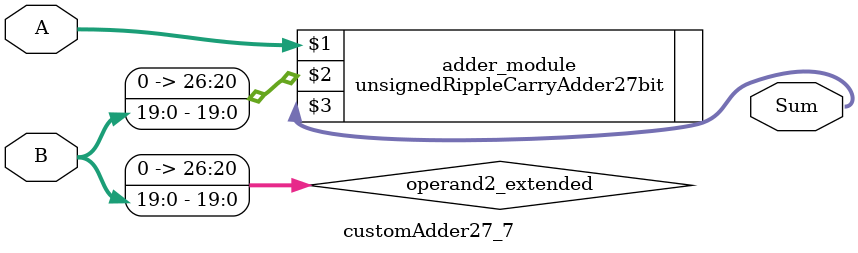
<source format=v>

module customAdder27_7(
                    input [26 : 0] A,
                    input [19 : 0] B,
                    
                    output [27 : 0] Sum
            );

    wire [26 : 0] operand2_extended;
    
    assign operand2_extended =  {7'b0, B};
    
    unsignedRippleCarryAdder27bit adder_module(
        A,
        operand2_extended,
        Sum
    );
    
endmodule
        
</source>
